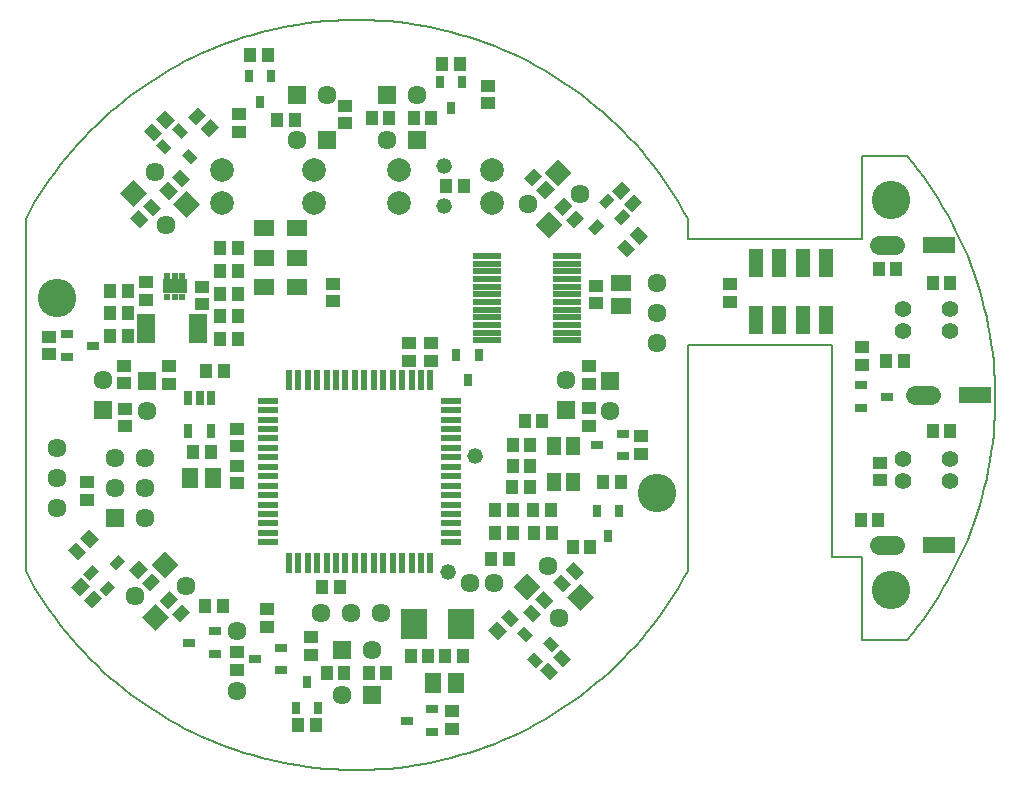
<source format=gts>
G75*
%MOIN*%
%OFA0B0*%
%FSLAX24Y24*%
%IPPOS*%
%LPD*%
%AMOC8*
5,1,8,0,0,1.08239X$1,22.5*
%
%ADD10C,0.0080*%
%ADD11R,0.0395X0.0474*%
%ADD12R,0.0474X0.0395*%
%ADD13R,0.0635X0.0635*%
%ADD14C,0.0635*%
%ADD15C,0.0520*%
%ADD16R,0.0635X0.0635*%
%ADD17R,0.0533X0.0671*%
%ADD18R,0.0867X0.1025*%
%ADD19C,0.0792*%
%ADD20C,0.1280*%
%ADD21R,0.0316X0.0430*%
%ADD22R,0.0430X0.0316*%
%ADD23R,0.0631X0.0190*%
%ADD24R,0.0245X0.0245*%
%ADD25R,0.0387X0.0474*%
%ADD26R,0.0946X0.0237*%
%ADD27R,0.0513X0.0631*%
%ADD28R,0.0671X0.0240*%
%ADD29R,0.0240X0.0671*%
%ADD30R,0.0474X0.0946*%
%ADD31C,0.0556*%
%ADD32R,0.0316X0.0513*%
%ADD33R,0.0671X0.0533*%
%ADD34C,0.0635*%
%ADD35R,0.1080X0.0580*%
%ADD36R,0.0710X0.0552*%
D10*
X005768Y008412D02*
X005768Y020148D01*
X005914Y020415D01*
X006066Y020678D01*
X006225Y020937D01*
X006390Y021192D01*
X006561Y021444D01*
X006739Y021691D01*
X006922Y021933D01*
X007111Y022171D01*
X007305Y022405D01*
X007506Y022633D01*
X007712Y022857D01*
X007923Y023075D01*
X008139Y023289D01*
X008361Y023497D01*
X008588Y023699D01*
X008819Y023896D01*
X009055Y024088D01*
X009296Y024273D01*
X009541Y024453D01*
X009791Y024626D01*
X010044Y024794D01*
X010302Y024955D01*
X010563Y025110D01*
X010829Y025259D01*
X011097Y025401D01*
X011369Y025536D01*
X011645Y025665D01*
X011923Y025787D01*
X012204Y025903D01*
X012488Y026011D01*
X012775Y026112D01*
X013064Y026207D01*
X013355Y026294D01*
X013648Y026375D01*
X013943Y026448D01*
X014240Y026514D01*
X014538Y026573D01*
X014837Y026624D01*
X015138Y026668D01*
X015440Y026705D01*
X015742Y026735D01*
X016046Y026757D01*
X016349Y026772D01*
X016653Y026779D01*
X016957Y026779D01*
X017261Y026772D01*
X017564Y026757D01*
X017868Y026735D01*
X018170Y026705D01*
X018472Y026668D01*
X018773Y026624D01*
X019072Y026573D01*
X019370Y026514D01*
X019667Y026448D01*
X019962Y026375D01*
X020255Y026294D01*
X020546Y026207D01*
X020835Y026112D01*
X021122Y026011D01*
X021406Y025903D01*
X021687Y025787D01*
X021965Y025665D01*
X022241Y025536D01*
X022513Y025401D01*
X022781Y025259D01*
X023047Y025110D01*
X023308Y024955D01*
X023566Y024794D01*
X023819Y024626D01*
X024069Y024453D01*
X024314Y024273D01*
X024555Y024088D01*
X024791Y023896D01*
X025022Y023699D01*
X025249Y023497D01*
X025471Y023289D01*
X025687Y023075D01*
X025898Y022857D01*
X026104Y022633D01*
X026305Y022405D01*
X026499Y022171D01*
X026688Y021933D01*
X026871Y021691D01*
X027049Y021444D01*
X027220Y021192D01*
X027385Y020937D01*
X027544Y020678D01*
X027696Y020415D01*
X027842Y020148D01*
X027841Y020148D02*
X027841Y019497D01*
X033635Y019497D01*
X033635Y022252D01*
X035144Y022252D01*
X032651Y015953D02*
X027841Y015953D01*
X027841Y008412D01*
X032651Y008867D02*
X033635Y008867D01*
X033635Y006111D01*
X035144Y006111D01*
X032651Y008867D02*
X032651Y015953D01*
X035143Y022253D02*
X035336Y022019D01*
X035523Y021781D01*
X035704Y021539D01*
X035879Y021292D01*
X036048Y021041D01*
X036211Y020786D01*
X036367Y020528D01*
X036518Y020265D01*
X036662Y019999D01*
X036799Y019730D01*
X036930Y019457D01*
X037055Y019181D01*
X037172Y018903D01*
X037283Y018621D01*
X037387Y018337D01*
X037484Y018050D01*
X037574Y017762D01*
X037658Y017471D01*
X037734Y017178D01*
X037803Y016883D01*
X037864Y016587D01*
X037919Y016290D01*
X037966Y015991D01*
X038007Y015691D01*
X038039Y015390D01*
X038065Y015089D01*
X038083Y014787D01*
X038094Y014485D01*
X038098Y014182D01*
X038094Y013879D01*
X038083Y013577D01*
X038065Y013275D01*
X038039Y012974D01*
X038007Y012673D01*
X037966Y012373D01*
X037919Y012074D01*
X037864Y011777D01*
X037803Y011481D01*
X037734Y011186D01*
X037658Y010893D01*
X037574Y010602D01*
X037484Y010314D01*
X037387Y010027D01*
X037283Y009743D01*
X037172Y009461D01*
X037055Y009183D01*
X036930Y008907D01*
X036799Y008634D01*
X036662Y008365D01*
X036518Y008099D01*
X036367Y007836D01*
X036211Y007578D01*
X036048Y007323D01*
X035879Y007072D01*
X035704Y006825D01*
X035523Y006583D01*
X035336Y006345D01*
X035143Y006111D01*
X027842Y008412D02*
X027696Y008145D01*
X027544Y007882D01*
X027385Y007623D01*
X027220Y007368D01*
X027049Y007116D01*
X026871Y006869D01*
X026688Y006627D01*
X026499Y006389D01*
X026305Y006155D01*
X026104Y005927D01*
X025898Y005703D01*
X025687Y005485D01*
X025471Y005271D01*
X025249Y005063D01*
X025022Y004861D01*
X024791Y004664D01*
X024555Y004472D01*
X024314Y004287D01*
X024069Y004107D01*
X023819Y003934D01*
X023566Y003766D01*
X023308Y003605D01*
X023047Y003450D01*
X022781Y003301D01*
X022513Y003159D01*
X022241Y003024D01*
X021965Y002895D01*
X021687Y002773D01*
X021406Y002657D01*
X021122Y002549D01*
X020835Y002448D01*
X020546Y002353D01*
X020255Y002266D01*
X019962Y002185D01*
X019667Y002112D01*
X019370Y002046D01*
X019072Y001987D01*
X018773Y001936D01*
X018472Y001892D01*
X018170Y001855D01*
X017868Y001825D01*
X017564Y001803D01*
X017261Y001788D01*
X016957Y001781D01*
X016653Y001781D01*
X016349Y001788D01*
X016046Y001803D01*
X015742Y001825D01*
X015440Y001855D01*
X015138Y001892D01*
X014837Y001936D01*
X014538Y001987D01*
X014240Y002046D01*
X013943Y002112D01*
X013648Y002185D01*
X013355Y002266D01*
X013064Y002353D01*
X012775Y002448D01*
X012488Y002549D01*
X012204Y002657D01*
X011923Y002773D01*
X011645Y002895D01*
X011369Y003024D01*
X011097Y003159D01*
X010829Y003301D01*
X010563Y003450D01*
X010302Y003605D01*
X010044Y003766D01*
X009791Y003934D01*
X009541Y004107D01*
X009296Y004287D01*
X009055Y004472D01*
X008819Y004664D01*
X008588Y004861D01*
X008361Y005063D01*
X008139Y005271D01*
X007923Y005485D01*
X007712Y005703D01*
X007506Y005927D01*
X007305Y006155D01*
X007111Y006389D01*
X006922Y006627D01*
X006739Y006869D01*
X006561Y007116D01*
X006390Y007368D01*
X006225Y007623D01*
X006066Y007882D01*
X005914Y008145D01*
X005768Y008412D01*
D11*
X011350Y012365D03*
X011940Y012365D03*
X011798Y015067D03*
X012388Y015067D03*
X012248Y016149D03*
X012838Y016149D03*
X012838Y016899D03*
X012248Y016899D03*
X012248Y017649D03*
X012838Y017649D03*
X012838Y018399D03*
X012248Y018399D03*
X012248Y019168D03*
X012838Y019168D03*
X009188Y017749D03*
X008598Y017749D03*
X008598Y016999D03*
X009188Y016999D03*
X009188Y016249D03*
X008598Y016249D03*
X014159Y023455D03*
X014750Y023455D03*
X017309Y023530D03*
X017900Y023530D03*
X018709Y023530D03*
X019300Y023530D03*
X019659Y025305D03*
X020250Y025305D03*
X020375Y021255D03*
X019784Y021255D03*
X013850Y025605D03*
X013259Y025605D03*
X022409Y013430D03*
X023000Y013430D03*
X022600Y012630D03*
X022009Y012630D03*
X022009Y011930D03*
X022600Y011930D03*
X022575Y011230D03*
X021984Y011230D03*
X022004Y010436D03*
X022695Y010442D03*
X023286Y010442D03*
X023311Y009693D03*
X022720Y009693D03*
X022004Y009687D03*
X021414Y009687D03*
X021414Y010436D03*
X021284Y008830D03*
X021875Y008830D03*
X024009Y009230D03*
X024600Y009230D03*
X025011Y011393D03*
X025602Y011393D03*
X020350Y005580D03*
X019759Y005580D03*
X019200Y005580D03*
X018609Y005580D03*
X017800Y005030D03*
X017209Y005030D03*
X016400Y005030D03*
X015809Y005030D03*
X015450Y003280D03*
X014859Y003280D03*
X012351Y007232D03*
X011760Y007232D03*
X015659Y007880D03*
X016250Y007880D03*
X033609Y010130D03*
X034200Y010130D03*
X036009Y013080D03*
X036600Y013080D03*
X035050Y015430D03*
X034459Y015430D03*
X036009Y018030D03*
X036600Y018030D03*
X034800Y018480D03*
X034209Y018480D03*
D12*
G36*
X007710Y007452D02*
X008044Y007786D01*
X008322Y007508D01*
X007988Y007174D01*
X007710Y007452D01*
G37*
G36*
X007292Y007870D02*
X007626Y008204D01*
X007904Y007926D01*
X007570Y007592D01*
X007292Y007870D01*
G37*
G36*
X007454Y009389D02*
X007788Y009055D01*
X007510Y008777D01*
X007176Y009111D01*
X007454Y009389D01*
G37*
G36*
X007871Y009807D02*
X008205Y009473D01*
X007927Y009195D01*
X007593Y009529D01*
X007871Y009807D01*
G37*
X007805Y010785D03*
X007805Y011375D03*
X009069Y013233D03*
X009069Y013824D03*
X009050Y014666D03*
X009050Y015256D03*
X010566Y015246D03*
X010566Y014655D03*
X012810Y013155D03*
X012810Y012564D03*
X012810Y011930D03*
X012810Y011339D03*
G36*
X009838Y008495D02*
X009504Y008161D01*
X009226Y008439D01*
X009560Y008773D01*
X009838Y008495D01*
G37*
G36*
X010255Y008077D02*
X009921Y007743D01*
X009643Y008021D01*
X009977Y008355D01*
X010255Y008077D01*
G37*
G36*
X010226Y007413D02*
X010560Y007747D01*
X010838Y007469D01*
X010504Y007135D01*
X010226Y007413D01*
G37*
G36*
X010643Y006995D02*
X010977Y007329D01*
X011255Y007051D01*
X010921Y006717D01*
X010643Y006995D01*
G37*
X012805Y005700D03*
X012805Y005110D03*
X013805Y006560D03*
X013805Y007150D03*
X015293Y006217D03*
X015293Y005627D03*
X019980Y003750D03*
X019980Y003160D03*
G36*
X023252Y004782D02*
X022918Y005116D01*
X023196Y005394D01*
X023530Y005060D01*
X023252Y004782D01*
G37*
G36*
X023670Y005200D02*
X023336Y005534D01*
X023614Y005812D01*
X023948Y005478D01*
X023670Y005200D01*
G37*
G36*
X022624Y007326D02*
X022958Y006992D01*
X022680Y006714D01*
X022346Y007048D01*
X022624Y007326D01*
G37*
G36*
X023041Y007744D02*
X023375Y007410D01*
X023097Y007132D01*
X022763Y007466D01*
X023041Y007744D01*
G37*
G36*
X023684Y007701D02*
X023350Y008035D01*
X023628Y008313D01*
X023962Y007979D01*
X023684Y007701D01*
G37*
G36*
X024101Y008118D02*
X023767Y008452D01*
X024045Y008730D01*
X024379Y008396D01*
X024101Y008118D01*
G37*
G36*
X021949Y006546D02*
X021615Y006880D01*
X021893Y007158D01*
X022227Y006824D01*
X021949Y006546D01*
G37*
G36*
X021531Y006128D02*
X021197Y006462D01*
X021475Y006740D01*
X021809Y006406D01*
X021531Y006128D01*
G37*
X026297Y012323D03*
X026297Y012913D03*
X024543Y013260D03*
X024543Y013850D03*
X024550Y014649D03*
X024550Y015240D03*
X024780Y017335D03*
X024780Y017925D03*
G36*
X025820Y018878D02*
X025486Y019212D01*
X025764Y019490D01*
X026098Y019156D01*
X025820Y018878D01*
G37*
G36*
X026237Y019296D02*
X025903Y019630D01*
X026181Y019908D01*
X026515Y019574D01*
X026237Y019296D01*
G37*
G36*
X026334Y020710D02*
X026000Y020376D01*
X025722Y020654D01*
X026056Y020988D01*
X026334Y020710D01*
G37*
G36*
X025916Y021128D02*
X025582Y020794D01*
X025304Y021072D01*
X025638Y021406D01*
X025916Y021128D01*
G37*
G36*
X023786Y020114D02*
X024120Y020448D01*
X024398Y020170D01*
X024064Y019836D01*
X023786Y020114D01*
G37*
G36*
X023369Y020531D02*
X023703Y020865D01*
X023981Y020587D01*
X023647Y020253D01*
X023369Y020531D01*
G37*
G36*
X023408Y021160D02*
X023074Y020826D01*
X022796Y021104D01*
X023130Y021438D01*
X023408Y021160D01*
G37*
G36*
X022991Y021577D02*
X022657Y021243D01*
X022379Y021521D01*
X022713Y021855D01*
X022991Y021577D01*
G37*
X021191Y023999D03*
X021191Y024590D03*
X016405Y023925D03*
X016405Y023335D03*
X012880Y023060D03*
X012880Y023650D03*
G36*
X012206Y023201D02*
X011872Y022867D01*
X011594Y023145D01*
X011928Y023479D01*
X012206Y023201D01*
G37*
G36*
X011789Y023618D02*
X011455Y023284D01*
X011177Y023562D01*
X011511Y023896D01*
X011789Y023618D01*
G37*
G36*
X010409Y023773D02*
X010743Y023439D01*
X010465Y023161D01*
X010131Y023495D01*
X010409Y023773D01*
G37*
G36*
X009991Y023355D02*
X010325Y023021D01*
X010047Y022743D01*
X009713Y023077D01*
X009991Y023355D01*
G37*
G36*
X010983Y021214D02*
X010649Y021548D01*
X010927Y021826D01*
X011261Y021492D01*
X010983Y021214D01*
G37*
G36*
X010565Y020796D02*
X010231Y021130D01*
X010509Y021408D01*
X010843Y021074D01*
X010565Y020796D01*
G37*
G36*
X009954Y020862D02*
X010288Y020528D01*
X010010Y020250D01*
X009676Y020584D01*
X009954Y020862D01*
G37*
G36*
X009537Y020444D02*
X009871Y020110D01*
X009593Y019832D01*
X009259Y020166D01*
X009537Y020444D01*
G37*
X009793Y018044D03*
X009793Y017453D03*
X011643Y017303D03*
X011643Y017894D03*
X016024Y017988D03*
X016024Y017398D03*
X018542Y016015D03*
X018542Y015424D03*
X019299Y015414D03*
X019299Y016005D03*
X029255Y017385D03*
X029255Y017975D03*
X033655Y015875D03*
X033655Y015285D03*
X034255Y012025D03*
X034255Y011435D03*
X006550Y015635D03*
X006550Y016225D03*
D13*
X008352Y013770D03*
X009801Y014740D03*
X008755Y010180D03*
X016305Y005780D03*
X017305Y004280D03*
X023792Y013776D03*
X025241Y014747D03*
X018805Y022780D03*
X017805Y024280D03*
X015805Y022780D03*
X014805Y024280D03*
D14*
X015805Y024280D03*
X014805Y022780D03*
X017805Y022780D03*
X018805Y024280D03*
X022512Y020662D03*
X024237Y020987D03*
X026805Y018030D03*
X026805Y017030D03*
X026805Y016030D03*
X025241Y013747D03*
X023792Y014776D03*
X023190Y008594D03*
X021373Y008011D03*
X020586Y008011D03*
X017605Y007030D03*
X016605Y007030D03*
X015605Y007030D03*
X017305Y005780D03*
X016305Y004280D03*
X012805Y004405D03*
X012805Y006405D03*
X011115Y007919D03*
X009404Y007581D03*
X009755Y010180D03*
X009755Y011180D03*
X008755Y011180D03*
X008755Y012180D03*
X009755Y012180D03*
X009801Y013740D03*
X008352Y014770D03*
X006805Y012530D03*
X006805Y011530D03*
X006805Y010530D03*
X010435Y019938D03*
X010086Y021710D03*
X023551Y006834D03*
D15*
X019840Y008392D03*
X020765Y012248D03*
X019730Y020588D03*
X019730Y021925D03*
D16*
G36*
X023219Y020403D02*
X023667Y019955D01*
X023219Y019507D01*
X022771Y019955D01*
X023219Y020403D01*
G37*
G36*
X023530Y021246D02*
X023082Y021694D01*
X023530Y022142D01*
X023978Y021694D01*
X023530Y021246D01*
G37*
G36*
X010694Y020645D02*
X011142Y021093D01*
X011590Y020645D01*
X011142Y020197D01*
X010694Y020645D01*
G37*
G36*
X009827Y021003D02*
X009379Y020555D01*
X008931Y021003D01*
X009379Y021451D01*
X009827Y021003D01*
G37*
G36*
X010408Y008178D02*
X009960Y008626D01*
X010408Y009074D01*
X010856Y008626D01*
X010408Y008178D01*
G37*
G36*
X010112Y007322D02*
X010560Y006874D01*
X010112Y006426D01*
X009664Y006874D01*
X010112Y007322D01*
G37*
G36*
X022931Y007887D02*
X022483Y007439D01*
X022035Y007887D01*
X022483Y008335D01*
X022931Y007887D01*
G37*
G36*
X023810Y007541D02*
X024258Y007989D01*
X024706Y007541D01*
X024258Y007093D01*
X023810Y007541D01*
G37*
D17*
X020123Y004680D03*
X019336Y004680D03*
X012023Y011505D03*
X011236Y011505D03*
D18*
X018717Y006655D03*
X020292Y006655D03*
D19*
X021305Y020680D03*
X021305Y021780D03*
X018221Y021780D03*
X018221Y020680D03*
X015388Y020680D03*
X015388Y021780D03*
X012305Y021780D03*
X012305Y020680D03*
D20*
X006805Y017530D03*
X026805Y011030D03*
X034620Y007784D03*
X034620Y020776D03*
D21*
X025554Y010430D03*
X024806Y010430D03*
X025180Y009580D03*
X020505Y014780D03*
X020879Y015630D03*
X020131Y015630D03*
X019955Y023855D03*
X020329Y024705D03*
X019581Y024705D03*
X013954Y024905D03*
X013206Y024905D03*
X013580Y024055D03*
X015155Y004705D03*
X015529Y003855D03*
X014781Y003855D03*
D22*
X014280Y005106D03*
X014280Y005854D03*
X013430Y005480D03*
X012080Y005656D03*
X012080Y006404D03*
X011230Y006030D03*
G36*
X008227Y007790D02*
X008530Y008093D01*
X008753Y007870D01*
X008450Y007567D01*
X008227Y007790D01*
G37*
G36*
X007698Y008319D02*
X008001Y008622D01*
X008224Y008399D01*
X007921Y008096D01*
X007698Y008319D01*
G37*
G36*
X008563Y008655D02*
X008866Y008958D01*
X009089Y008735D01*
X008786Y008432D01*
X008563Y008655D01*
G37*
X007159Y015550D03*
X008009Y015924D03*
X007159Y016298D03*
G36*
X011202Y022491D02*
X011505Y022188D01*
X011282Y021965D01*
X010979Y022268D01*
X011202Y022491D01*
G37*
G36*
X010865Y023356D02*
X011168Y023053D01*
X010945Y022830D01*
X010642Y023133D01*
X010865Y023356D01*
G37*
G36*
X010336Y022827D02*
X010639Y022524D01*
X010416Y022301D01*
X010113Y022604D01*
X010336Y022827D01*
G37*
G36*
X025059Y019916D02*
X024756Y019613D01*
X024533Y019836D01*
X024836Y020139D01*
X025059Y019916D01*
G37*
G36*
X025925Y020253D02*
X025622Y019950D01*
X025399Y020173D01*
X025702Y020476D01*
X025925Y020253D01*
G37*
G36*
X025396Y020781D02*
X025093Y020478D01*
X024870Y020701D01*
X025173Y021004D01*
X025396Y020781D01*
G37*
X033630Y014604D03*
X033630Y013856D03*
X034480Y014230D03*
X025674Y012993D03*
X024824Y012619D03*
X025674Y012245D03*
G36*
X022455Y006045D02*
X022152Y006348D01*
X022375Y006571D01*
X022678Y006268D01*
X022455Y006045D01*
G37*
G36*
X022792Y005179D02*
X022489Y005482D01*
X022712Y005705D01*
X023015Y005402D01*
X022792Y005179D01*
G37*
G36*
X023321Y005708D02*
X023018Y006011D01*
X023241Y006234D01*
X023544Y005931D01*
X023321Y005708D01*
G37*
X019330Y003804D03*
X019330Y003056D03*
X018480Y003430D03*
D23*
X011509Y016105D03*
X011509Y016302D03*
X011509Y016499D03*
X011509Y016695D03*
X011509Y016892D03*
X009777Y016892D03*
X009777Y016695D03*
X009777Y016499D03*
X009777Y016302D03*
X009777Y016105D03*
D24*
X010487Y017538D03*
X010743Y017538D03*
X010999Y017538D03*
X010999Y018259D03*
X010743Y018259D03*
X010487Y018259D03*
D25*
X010546Y017899D03*
X010940Y017899D03*
D26*
X021150Y017889D03*
X021150Y018145D03*
X021150Y018401D03*
X021150Y018657D03*
X021150Y018912D03*
X021150Y017633D03*
X021150Y017377D03*
X021150Y017121D03*
X021150Y016865D03*
X021150Y016609D03*
X021150Y016353D03*
X021150Y016098D03*
X023810Y016098D03*
X023810Y016353D03*
X023810Y016609D03*
X023810Y016865D03*
X023810Y017121D03*
X023810Y017377D03*
X023810Y017633D03*
X023810Y017889D03*
X023810Y018145D03*
X023810Y018401D03*
X023810Y018657D03*
X023810Y018912D03*
D27*
X024020Y012571D03*
X023390Y012571D03*
X023390Y011389D03*
X024020Y011389D03*
D28*
X019956Y011258D03*
X019956Y011573D03*
X019956Y011887D03*
X019956Y012202D03*
X019956Y012517D03*
X019956Y012832D03*
X019956Y013147D03*
X019956Y013462D03*
X019956Y013777D03*
X019956Y014092D03*
X019956Y010943D03*
X019956Y010628D03*
X019956Y010313D03*
X019956Y009998D03*
X019956Y009683D03*
X019956Y009368D03*
X013853Y009368D03*
X013853Y009683D03*
X013853Y009998D03*
X013853Y010313D03*
X013853Y010628D03*
X013853Y010943D03*
X013853Y011258D03*
X013853Y011573D03*
X013853Y011887D03*
X013853Y012202D03*
X013853Y012517D03*
X013853Y012832D03*
X013853Y013147D03*
X013853Y013462D03*
X013853Y013777D03*
X013853Y014092D03*
D29*
X014542Y014781D03*
X014857Y014781D03*
X015172Y014781D03*
X015487Y014781D03*
X015802Y014781D03*
X016117Y014781D03*
X016432Y014781D03*
X016747Y014781D03*
X017062Y014781D03*
X017377Y014781D03*
X017692Y014781D03*
X018007Y014781D03*
X018322Y014781D03*
X018637Y014781D03*
X018952Y014781D03*
X019267Y014781D03*
X019267Y008679D03*
X018952Y008679D03*
X018637Y008679D03*
X018322Y008679D03*
X018007Y008679D03*
X017692Y008679D03*
X017377Y008679D03*
X017062Y008679D03*
X016747Y008679D03*
X016432Y008679D03*
X016117Y008679D03*
X015802Y008679D03*
X015487Y008679D03*
X015172Y008679D03*
X014857Y008679D03*
X014542Y008679D03*
D30*
X030102Y016783D03*
X030889Y016783D03*
X031676Y016783D03*
X032464Y016783D03*
X032464Y018673D03*
X031676Y018673D03*
X030889Y018673D03*
X030102Y018673D03*
D31*
X035017Y017134D03*
X035017Y016426D03*
X036592Y016426D03*
X036592Y017134D03*
X036592Y012134D03*
X036592Y011426D03*
X035017Y011426D03*
X035017Y012134D03*
D32*
X011945Y013095D03*
X011197Y013095D03*
X011197Y014197D03*
X011571Y014197D03*
X011945Y014197D03*
D33*
X025630Y017236D03*
X025630Y018024D03*
D34*
X034205Y019280D02*
X034760Y019280D01*
X035405Y014280D02*
X035960Y014280D01*
X034760Y009280D02*
X034205Y009280D01*
D35*
X036205Y009280D03*
X037405Y014280D03*
X036205Y019280D03*
D36*
X014806Y018855D03*
X014806Y017871D03*
X013703Y017871D03*
X013703Y018855D03*
X013703Y019839D03*
X014806Y019839D03*
M02*

</source>
